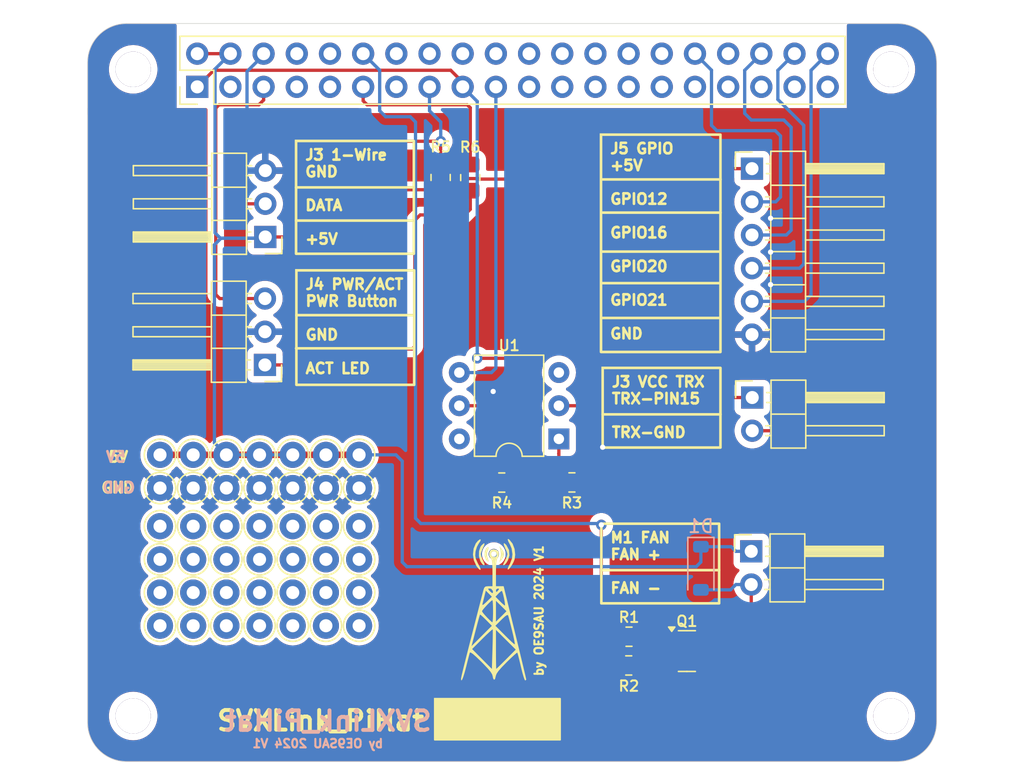
<source format=kicad_pcb>
(kicad_pcb (version 20240108) (generator "pcbnew") (generator_version "8.0")
  (layers (0 "F.Cu" signal) (31 "B.Cu" signal) (34 "B.Paste" user) (35 "F.Paste" user) (36 "B.SilkS" user "B.Silkscreen") (37 "F.SilkS" user "F.Silkscreen") (38 "B.Mask" user) (39 "F.Mask" user) (44 "Edge.Cuts" user))
  (net 0 "")
  (net 3 "Net-(J1-MOSI0{slash}GPIO10)")
  (net 7 "GND")
  (net 8 "Net-(J1-GPIO16)")
  (net 9 "Net-(J1-GPIO21{slash}SCLK1)")
  (net 11 "+5V")
  (net 14 "Net-(J1-GPIO18{slash}PWM0)")
  (net 16 "+3.3V")
  (net 18 "Net-(J1-GPIO22)")
  (net 21 "Net-(J1-SCL{slash}GPIO3)")
  (net 25 "Net-(J1-GPIO20{slash}MOSI1)")
  (net 27 "GPIO17")
  (net 31 "Net-(J1-PWM0{slash}GPIO12)")
  (net 32 "Net-(J2-Pin_2)")
  (net 33 "Net-(J2-Pin_1)")
  (net 34 "Net-(J4-Pin_1)")
  (net 35 "Net-(D1-A)")
  (net 36 "Net-(Q1-G)")
  (net 37 "Net-(R3-Pad2)")
  (net 38 "Net-(R4-Pad1)")
  (footprint "pihat:ESQ-120-14-T-D" (layer "F.Cu") (at 85.4 60.35 90)
    (property "Reference" "J1" (hide yes))
    (property "Value" "Raspberry_Pi_3")
    (pad "1" thru_hole rect (at 0 0 90) (size 1.7 1.7) (drill 1) (layers "*.Cu" "*.Mask") (net 16 "+3.3V"))
    (pad "2" thru_hole oval (at 2.54 0 90) (size 1.7 1.7) (drill 1) (layers "*.Cu" "*.Mask") (net 11 "+5V"))
    (pad "3" thru_hole oval (at 0 2.54 90) (size 1.7 1.7) (drill 1) (layers "*.Cu" "*.Mask"))
    (pad "4" thru_hole oval (at 2.54 2.54 90) (size 1.7 1.7) (drill 1) (layers "*.Cu" "*.Mask") (net 11 "+5V"))
    (pad "5" thru_hole oval (at 0 5.08 90) (size 1.7 1.7) (drill 1) (layers "*.Cu" "*.Mask") (net 21 "Net-(J1-SCL{slash}GPIO3)"))
    (pad "6" thru_hole oval (at 2.54 5.08 90) (size 1.7 1.7) (drill 1) (layers "*.Cu" "*.Mask") (net 7 "GND"))
    (pad "7" thru_hole oval (at 0 7.62 90) (size 1.7 1.7) (drill 1) (layers "*.Cu" "*.Mask"))
    (pad "8" thru_hole oval (at 2.54 7.62 90) (size 1.7 1.7) (drill 1) (layers "*.Cu" "*.Mask"))
    (pad "9" thru_hole oval (at 0 10.16 90) (size 1.7 1.7) (drill 1) (layers "*.Cu" "*.Mask"))
    (pad "10" thru_hole oval (at 2.54 10.16 90) (size 1.7 1.7) (drill 1) (layers "*.Cu" "*.Mask"))
    (pad "11" thru_hole oval (at 0 12.7 90) (size 1.7 1.7) (drill 1) (layers "*.Cu" "*.Mask") (net 27 "GPIO17"))
    (pad "12" thru_hole oval (at 2.54 12.7 90) (size 1.7 1.7) (drill 1) (layers "*.Cu" "*.Mask") (net 14 "Net-(J1-GPIO18{slash}PWM0)"))
    (pad "13" thru_hole oval (at 0 15.24 90) (size 1.7 1.7) (drill 1) (layers "*.Cu" "*.Mask"))
    (pad "14" thru_hole oval (at 2.54 15.24 90) (size 1.7 1.7) (drill 1) (layers "*.Cu" "*.Mask"))
    (pad "15" thru_hole oval (at 0 17.78 90) (size 1.7 1.7) (drill 1) (layers "*.Cu" "*.Mask") (net 18 "Net-(J1-GPIO22)"))
    (pad "16" thru_hole oval (at 2.54 17.78 90) (size 1.7 1.7) (drill 1) (layers "*.Cu" "*.Mask"))
    (pad "17" thru_hole oval (at 0 20.32 90) (size 1.7 1.7) (drill 1) (layers "*.Cu" "*.Mask") (net 16 "+3.3V"))
    (pad "18" thru_hole oval (at 2.54 20.32 90) (size 1.7 1.7) (drill 1) (layers "*.Cu" "*.Mask"))
    (pad "19" thru_hole oval (at 0 22.86 90) (size 1.7 1.7) (drill 1) (layers "*.Cu" "*.Mask") (net 3 "Net-(J1-MOSI0{slash}GPIO10)"))
    (pad "20" thru_hole oval (at 2.54 22.86 90) (size 1.7 1.7) (drill 1) (layers "*.Cu" "*.Mask"))
    (pad "21" thru_hole oval (at 0 25.4 90) (size 1.7 1.7) (drill 1) (layers "*.Cu" "*.Mask"))
    (pad "22" thru_hole oval (at 2.54 25.4 90) (size 1.7 1.7) (drill 1) (layers "*.Cu" "*.Mask"))
    (pad "23" thru_hole oval (at 0 27.94 90) (size 1.7 1.7) (drill 1) (layers "*.Cu" "*.Mask"))
    (pad "24" thru_hole oval (at 2.54 27.94 90) (size 1.7 1.7) (drill 1) (layers "*.Cu" "*.Mask"))
    (pad "25" thru_hole oval (at 0 30.48 90) (size 1.7 1.7) (drill 1) (layers "*.Cu" "*.Mask"))
    (pad "26" thru_hole oval (at 2.54 30.48 90) (size 1.7 1.7) (drill 1) (layers "*.Cu" "*.Mask"))
    (pad "27" thru_hole oval (at 0 33.02 90) (size 1.7 1.7) (drill 1) (layers "*.Cu" "*.Mask"))
    (pad "28" thru_hole oval (at 2.54 33.02 90) (size 1.7 1.7) (drill 1) (layers "*.Cu" "*.Mask"))
    (pad "29" thru_hole oval (at 0 35.56 90) (size 1.7 1.7) (drill 1) (layers "*.Cu" "*.Mask"))
    (pad "30" thru_hole oval (at 2.54 35.56 90) (size 1.7 1.7) (drill 1) (layers "*.Cu" "*.Mask"))
    (pad "31" thru_hole oval (at 0 38.1 90) (size 1.7 1.7) (drill 1) (layers "*.Cu" "*.Mask"))
    (pad "32" thru_hole oval (at 2.54 38.1 90) (size 1.7 1.7) (drill 1) (layers "*.Cu" "*.Mask") (net 31 "Net-(J1-PWM0{slash}GPIO12)"))
    (pad "33" thru_hole oval (at 0 40.64 90) (size 1.7 1.7) (drill 1) (layers "*.Cu" "*.Mask"))
    (pad "34" thru_hole oval (at 2.54 40.64 90) (size 1.7 1.7) (drill 1) (layers "*.Cu" "*.Mask"))
    (pad "35" thru_hole oval (at 0 43.18 90) (size 1.7 1.7) (drill 1) (layers "*.Cu" "*.Mask"))
    (pad "36" thru_hole oval (at 2.54 43.18 90) (size 1.7 1.7) (drill 1) (layers "*.Cu" "*.Mask") (net 8 "Net-(J1-GPIO16)"))
    (pad "37" thru_hole oval (at 0 45.72 90) (size 1.7 1.7) (drill 1) (layers "*.Cu" "*.Mask"))
    (pad "38" thru_hole oval (at 2.54 45.72 90) (size 1.7 1.7) (drill 1) (layers "*.Cu" "*.Mask") (net 25 "Net-(J1-GPIO20{slash}MOSI1)"))
    (pad "39" thru_hole oval (at 0 48.26 90) (size 1.7 1.7) (drill 1) (layers "*.Cu" "*.Mask"))
    (pad "40" thru_hole oval (at 2.54 48.26 90) (size 1.7 1.7) (drill 1) (layers "*.Cu" "*.Mask") (net 9 "Net-(J1-GPIO21{slash}SCLK1)"))
  )
  (footprint "Resistor_SMD:R_0805_2012Metric_Pad1.20x1.40mm_HandSolder" (layer "F.Cu") (at 108.71 90.64)
    (property "Reference" "R4" (at 0.01 1.562 180) (layer "F.SilkS") (effects (font (size 0.8 0.8))))
    (property "Value" "1k")
    (pad "1" smd roundrect (at -1 0) (size 1.2 1.4) (layers "F.Cu" "F.Paste" "F.Mask") (roundrect_rratio 0.2083333333) (net 38 "Net-(R4-Pad1)"))
    (pad "2" smd roundrect (at 1 0) (size 1.2 1.4) (layers "F.Cu" "F.Paste" "F.Mask") (roundrect_rratio 0.2083333333) (net 16 "+3.3V"))
  )
  (footprint "TestPoint:TestPoint_THTPad_D2.0mm_Drill1.0mm" (layer "F.Cu") (at 87.63 99.06)
    (property "Reference" "TP36" (hide yes))
    (property "Value" "TestPoint")
    (pad "1" thru_hole circle (at 0 0) (size 2 2) (drill 1) (layers "*.Cu" "*.Mask"))
  )
  (footprint "TestPoint:TestPoint_THTPad_D2.0mm_Drill1.0mm" (layer "F.Cu") (at 87.63 101.6)
    (property "Reference" "TP15" (hide yes))
    (property "Value" "TestPoint")
    (pad "1" thru_hole circle (at 0 0) (size 2 2) (drill 1) (layers "*.Cu" "*.Mask"))
  )
  (footprint "TestPoint:TestPoint_THTPad_D2.0mm_Drill1.0mm" (layer "F.Cu") (at 97.79 96.52)
    (property "Reference" "TP333" (hide yes))
    (property "Value" "TestPoint")
    (pad "1" thru_hole circle (at 0 0) (size 2 2) (drill 1) (layers "*.Cu" "*.Mask"))
  )
  (footprint "TestPoint:TestPoint_THTPad_D2.0mm_Drill1.0mm" (layer "F.Cu") (at 92.71 88.519)
    (property "Reference" "TP21" (hide yes))
    (property "Value" "TestPoint")
    (pad "1" thru_hole circle (at 0 0) (size 2 2) (drill 1) (layers "*.Cu" "*.Mask") (net 11 "+5V"))
  )
  (footprint "MountingHole:MountingHole_2.7mm_M2.5" (layer "F.Cu") (at 80.4977 59.0093)
    (property "Reference" "REF1" (hide yes))
    (property "Value" "MountingHole_2.7mm_M2.5")
    (pad "1" thru_hole circle (at 0 0) (size 2.7 2.7) (drill 2.7) (layers "*.Cu" "*.Mask"))
  )
  (footprint "TestPoint:TestPoint_THTPad_D2.0mm_Drill1.0mm" (layer "F.Cu") (at 95.25 96.52)
    (property "Reference" "TP28" (hide yes))
    (property "Value" "TestPoint")
    (pad "1" thru_hole circle (at 0 0) (size 2 2) (drill 1) (layers "*.Cu" "*.Mask"))
  )
  (footprint "Package_TO_SOT_SMD:SOT-23" (layer "F.Cu") (at 122.8825 103.54)
    (property "Reference" "Q1" (at -0.0025 -2.28 180) (layer "F.SilkS") (effects (font (size 0.8 0.8))))
    (property "Value" "AO3400A")
    (pad "1" smd roundrect (at -0.9375 -0.95) (size 1.475 0.6) (layers "F.Cu" "F.Paste" "F.Mask") (net 36 "Net-(Q1-G)"))
    (pad "2" smd roundrect (at -0.9375 0.95) (size 1.475 0.6) (layers "F.Cu" "F.Paste" "F.Mask") (net 7 "GND"))
    (pad "3" smd roundrect (at 0.9375 0) (size 1.475 0.6) (layers "F.Cu" "F.Paste" "F.Mask") (net 35 "Net-(D1-A)"))
  )
  (footprint "TestPoint:TestPoint_THTPad_D2.0mm_Drill1.0mm" (layer "F.Cu") (at 82.55 99.06)
    (property "Reference" "TP34" (hide yes))
    (property "Value" "TestPoint")
    (pad "1" thru_hole circle (at 0 0) (size 2 2) (drill 1) (layers "*.Cu" "*.Mask"))
  )
  (footprint "TestPoint:TestPoint_THTPad_D2.0mm_Drill1.0mm" (layer "F.Cu") (at 95.25 88.519)
    (property "Reference" "TP26" (hide yes))
    (property "Value" "TestPoint")
    (pad "1" thru_hole circle (at 0 0) (size 2 2) (drill 1) (layers "*.Cu" "*.Mask") (net 11 "+5V"))
  )
  (footprint "TestPoint:TestPoint_THTPad_D2.0mm_Drill1.0mm" (layer "F.Cu") (at 90.17 91.059)
    (property "Reference" "TP17" (hide yes))
    (property "Value" "TestPoint")
    (pad "1" thru_hole circle (at 0 0) (size 2 2) (drill 1) (layers "*.Cu" "*.Mask") (net 7 "GND"))
  )
  (footprint "TestPoint:TestPoint_THTPad_D2.0mm_Drill1.0mm" (layer "F.Cu") (at 90.17 93.98)
    (property "Reference" "TP19" (hide yes))
    (property "Value" "TestPoint")
    (pad "1" thru_hole circle (at 0 0) (size 2 2) (drill 1) (layers "*.Cu" "*.Mask"))
  )
  (footprint "Package_DIP:DIP-6_W7.62mm" (layer "F.Cu") (at 113.0808 87.2998 180)
    (property "Reference" "U1" (at 3.8008 7.1498 180) (layer "F.SilkS") (effects (font (size 0.8 0.8))))
    (property "Value" "4N37")
    (pad "1" thru_hole rect (at 0 0 180) (size 1.6 1.6) (drill 0.8) (layers "*.Cu" "*.Mask") (net 37 "Net-(R3-Pad2)"))
    (pad "2" thru_hole oval (at 0 2.54 180) (size 1.6 1.6) (drill 0.8) (layers "*.Cu" "*.Mask") (net 32 "Net-(J2-Pin_2)"))
    (pad "3" thru_hole oval (at 0 5.08 180) (size 1.6 1.6) (drill 0.8) (layers "*.Cu" "*.Mask"))
    (pad "4" thru_hole oval (at 7.62 5.08 180) (size 1.6 1.6) (drill 0.8) (layers "*.Cu" "*.Mask") (net 3 "Net-(J1-MOSI0{slash}GPIO10)"))
    (pad "5" thru_hole oval (at 7.62 2.54 180) (size 1.6 1.6) (drill 0.8) (layers "*.Cu" "*.Mask") (net 38 "Net-(R4-Pad1)"))
    (pad "6" thru_hole oval (at 7.62 0 180) (size 1.6 1.6) (drill 0.8) (layers "*.Cu" "*.Mask"))
  )
  (footprint "Resistor_SMD:R_0805_2012Metric_Pad1.20x1.40mm_HandSolder" (layer "F.Cu") (at 118.45 102.44)
    (property "Reference" "R1" (at 0 -1.49 180) (layer "F.SilkS") (effects (font (size 0.8 0.8))))
    (property "Value" "470")
    (pad "1" smd roundrect (at -1 0) (size 1.2 1.4) (layers "F.Cu" "F.Paste" "F.Mask") (roundrect_rratio 0.2083333333) (net 14 "Net-(J1-GPIO18{slash}PWM0)"))
    (pad "2" smd roundrect (at 1 0) (size 1.2 1.4) (layers "F.Cu" "F.Paste" "F.Mask") (roundrect_rratio 0.2083333333) (net 36 "Net-(Q1-G)"))
  )
  (footprint "TestPoint:TestPoint_THTPad_D2.0mm_Drill1.0mm" (layer "F.Cu") (at 87.63 93.98)
    (property "Reference" "TP14" (hide yes))
    (property "Value" "TestPoint")
    (pad "1" thru_hole circle (at 0 0) (size 2 2) (drill 1) (layers "*.Cu" "*.Mask"))
  )
  (footprint "TestPoint:TestPoint_THTPad_D2.0mm_Drill1.0mm" (layer "F.Cu") (at 82.55 93.98)
    (property "Reference" "TP4" (hide yes))
    (property "Value" "TestPoint")
    (pad "1" thru_hole circle (at 0 0) (size 2 2) (drill 1) (layers "*.Cu" "*.Mask"))
  )
  (footprint "TestPoint:TestPoint_THTPad_D2.0mm_Drill1.0mm" (layer "F.Cu") (at 90.17 96.52)
    (property "Reference" "TP18" (hide yes))
    (property "Value" "TestPoint")
    (pad "1" thru_hole circle (at 0 0) (size 2 2) (drill 1) (layers "*.Cu" "*.Mask"))
  )
  (footprint "Connector_PinHeader_2.54mm:PinHeader_1x03_P2.54mm_Horizontal" (layer "F.Cu") (at 90.5826 81.6356 180)
    (property "Reference" "J4" (hide yes))
    (property "Value" "PWR")
    (pad "1" thru_hole rect (at 0 0 180) (size 1.7 1.7) (drill 1) (layers "*.Cu" "*.Mask") (net 34 "Net-(J4-Pin_1)"))
    (pad "2" thru_hole oval (at 0 2.54 180) (size 1.7 1.7) (drill 1) (layers "*.Cu" "*.Mask") (net 7 "GND"))
    (pad "3" thru_hole oval (at 0 5.08 180) (size 1.7 1.7) (drill 1) (layers "*.Cu" "*.Mask") (net 21 "Net-(J1-SCL{slash}GPIO3)"))
  )
  (footprint "TestPoint:TestPoint_THTPad_D2.0mm_Drill1.0mm" (layer "F.Cu") (at 92.71 93.98)
    (property "Reference" "TP24" (hide yes))
    (property "Value" "TestPoint")
    (pad "1" thru_hole circle (at 0 0) (size 2 2) (drill 1) (layers "*.Cu" "*.Mask"))
  )
  (footprint "Connector_PinHeader_2.54mm:PinHeader_1x02_P2.54mm_Horizontal" (layer "F.Cu") (at 127.8066 95.9054)
    (property "Reference" "M1" (hide yes))
    (property "Value" "Fan")
    (pad "1" thru_hole rect (at 0 0) (size 1.7 1.7) (drill 1) (layers "*.Cu" "*.Mask") (net 11 "+5V"))
    (pad "2" thru_hole oval (at 0 2.54) (size 1.7 1.7) (drill 1) (layers "*.Cu" "*.Mask") (net 35 "Net-(D1-A)"))
  )
  (footprint "Resistor_SMD:R_0805_2012Metric_Pad1.20x1.40mm_HandSolder" (layer "F.Cu") (at 106.3 67.296 90)
    (property "Reference" "R6" (at 2.33 -0.01 0) (layer "F.SilkS") (effects (font (size 0.8 0.8))))
    (property "Value" "10k")
    (pad "1" smd roundrect (at -1 0 90) (size 1.2 1.4) (layers "F.Cu" "F.Paste" "F.Mask") (roundrect_rratio 0.2083333333) (net 34 "Net-(J4-Pin_1)"))
    (pad "2" smd roundrect (at 1 0 90) (size 1.2 1.4) (layers "F.Cu" "F.Paste" "F.Mask") (roundrect_rratio 0.2083333333) (net 27 "GPIO17"))
  )
  (footprint "TestPoint:TestPoint_THTPad_D2.0mm_Drill1.0mm" (layer "F.Cu") (at 92.71 91.059)
    (property "Reference" "TP22" (hide yes))
    (property "Value" "TestPoint")
    (pad "1" thru_hole circle (at 0 0) (size 2 2) (drill 1) (layers "*.Cu" "*.Mask") (net 7 "GND"))
  )
  (footprint "TestPoint:TestPoint_THTPad_D2.0mm_Drill1.0mm" (layer "F.Cu") (at 82.55 101.6)
    (property "Reference" "TP5" (hide yes))
    (property "Value" "TestPoint")
    (pad "1" thru_hole circle (at 0 0) (size 2 2) (drill 1) (layers "*.Cu" "*.Mask"))
  )
  (footprint "TestPoint:TestPoint_THTPad_D2.0mm_Drill1.0mm" (layer "F.Cu") (at 87.63 91.059)
    (property "Reference" "TP12" (hide yes))
    (property "Value" "TestPoint")
    (pad "1" thru_hole circle (at 0 0) (size 2 2) (drill 1) (layers "*.Cu" "*.Mask") (net 7 "GND"))
  )
  (footprint "MountingHole:MountingHole_2.7mm_M2.5" (layer "F.Cu") (at 80.4977 108.5093)
    (property "Reference" "REF2" (hide yes))
    (property "Value" "MountingHole_2.7mm_M2.5")
    (pad "1" thru_hole circle (at 0 0) (size 2.7 2.7) (drill 2.7) (layers "*.Cu" "*.Mask"))
  )
  (footprint "TestPoint:TestPoint_THTPad_D2.0mm_Drill1.0mm" (layer "F.Cu") (at 82.55 91.059)
    (property "Reference" "TP2" (hide yes))
    (property "Value" "TestPoint")
    (pad "1" thru_hole circle (at 0 0) (size 2 2) (drill 1) (layers "*.Cu" "*.Mask") (net 7 "GND"))
  )
  (footprint "TestPoint:TestPoint_THTPad_D2.0mm_Drill1.0mm" (layer "F.Cu") (at 95.25 101.6)
    (property "Reference" "TP30" (hide yes))
    (property "Value" "TestPoint")
    (pad "1" thru_hole circle (at 0 0) (size 2 2) (drill 1) (layers "*.Cu" "*.Mask"))
  )
  (footprint "TestPoint:TestPoint_THTPad_D2.0mm_Drill1.0mm" (layer "F.Cu") (at 92.71 101.6)
    (property "Reference" "TP25" (hide yes))
    (property "Value" "TestPoint")
    (pad "1" thru_hole circle (at 0 0) (size 2 2) (drill 1) (layers "*.Cu" "*.Mask"))
  )
  (footprint "MountingHole:MountingHole_2.7mm_M2.5" (layer "F.Cu") (at 138.4977 108.5093)
    (property "Reference" "REF3" (hide yes))
    (property "Value" "MountingHole_2.7mm_M2.5")
    (pad "1" thru_hole circle (at 0 0) (size 2.7 2.7) (drill 2.7) (layers "*.Cu" "*.Mask"))
  )
  (footprint "TestPoint:TestPoint_THTPad_D2.0mm_Drill1.0mm" (layer "F.Cu") (at 90.17 99.06)
    (property "Reference" "TP33" (hide yes))
    (property "Value" "TestPoint")
    (pad "1" thru_hole circle (at 0 0) (size 2 2) (drill 1) (layers "*.Cu" "*.Mask"))
  )
  (footprint "TestPoint:TestPoint_THTPad_D2.0mm_Drill1.0mm" (layer "F.Cu") (at 85.09 101.6)
    (property "Reference" "TP10" (hide yes))
    (property "Value" "TestPoint")
    (pad "1" thru_hole circle (at 0 0) (size 2 2) (drill 1) (layers "*.Cu" "*.Mask"))
  )
  (footprint "TestPoint:TestPoint_THTPad_D2.0mm_Drill1.0mm" (layer "F.Cu") (at 87.63 88.519)
    (property "Reference" "TP11" (hide yes))
    (property "Value" "TestPoint")
    (pad "1" thru_hole circle (at 0 0) (size 2 2) (drill 1) (layers "*.Cu" "*.Mask") (net 11 "+5V"))
  )
  (footprint "TestPoint:TestPoint_THTPad_D2.0mm_Drill1.0mm" (layer "F.Cu") (at 90.17 88.519)
    (property "Reference" "TP16" (hide yes))
    (property "Value" "TestPoint")
    (pad "1" thru_hole circle (at 0 0) (size 2 2) (drill 1) (layers "*.Cu" "*.Mask") (net 11 "+5V"))
  )
  (footprint "TestPoint:TestPoint_THTPad_D2.0mm_Drill1.0mm" (layer "F.Cu") (at 97.79 93.98)
    (property "Reference" "TP341" (hide yes))
    (property "Value" "TestPoint")
    (pad "1" thru_hole circle (at 0 0) (size 2 2) (drill 1) (layers "*.Cu" "*.Mask"))
  )
  (footprint "TestPoint:TestPoint_THTPad_D2.0mm_Drill1.0mm" (layer "F.Cu") (at 97.79 99.06)
    (property "Reference" "TP311" (hide yes))
    (property "Value" "TestPoint")
    (pad "1" thru_hole circle (at 0 0) (size 2 2) (drill 1) (layers "*.Cu" "*.Mask"))
  )
  (footprint "TestPoint:TestPoint_THTPad_D2.0mm_Drill1.0mm" (layer "F.Cu") (at 85.09 93.98)
    (property "Reference" "TP9" (hide yes))
    (property "Value" "TestPoint")
    (pad "1" thru_hole circle (at 0 0) (size 2 2) (drill 1) (layers "*.Cu" "*.Mask"))
  )
  (footprint "TestPoint:TestPoint_THTPad_D2.0mm_Drill1.0mm" (layer "F.Cu") (at 92.71 99.06)
    (property "Reference" "TP32" (hide yes))
    (property "Value" "TestPoint")
    (pad "1" thru_hole circle (at 0 0) (size 2 2) (drill 1) (layers "*.Cu" "*.Mask"))
  )
  (footprint "MountingHole:MountingHole_2.7mm_M2.5" (layer "F.Cu") (at 138.4977 59.0093)
    (property "Reference" "REF4" (hide yes))
    (property "Value" "MountingHole_2.7mm_M2.5")
    (pad "1" thru_hole circle (at 0 0) (size 2.7 2.7) (drill 2.7) (layers "*.Cu" "*.Mask"))
  )
  (footprint "Resistor_SMD:R_0805_2012Metric_Pad1.20x1.40mm_HandSolder" (layer "F.Cu") (at 114.08 90.63 180)
    (property "Reference" "R3" (at 0 -1.572 180) (layer "F.SilkS") (effects (font (size 0.8 0.8))))
    (property "Value" "1k")
    (pad "1" smd roundrect (at -1 0 180) (size 1.2 1.4) (layers "F.Cu" "F.Paste" "F.Mask") (roundrect_rratio 0.2083333333) (net 33 "Net-(J2-Pin_1)"))
    (pad "2" smd roundrect (at 1 0 180) (size 1.2 1.4) (layers "F.Cu" "F.Paste" "F.Mask") (roundrect_rratio 0.2083333333) (net 37 "Net-(R3-Pad2)"))
  )
  (footprint "TestPoint:TestPoint_THTPad_D2.0mm_Drill1.0mm" (layer "F.Cu") (at 92.71 96.52)
    (property "Reference" "TP23" (hide yes))
    (property "Value" "TestPoint")
    (pad "1" thru_hole circle (at 0 0) (size 2 2) (drill 1) (layers "*.Cu" "*.Mask"))
  )
  (footprint "LOGO" (layer "F.Cu") (at 108.354562 100.712186)
    (property "Reference" "G1" (hide yes))
    (property "Value" " " (hide yes))
  )
  (footprint "TestPoint:TestPoint_THTPad_D2.0mm_Drill1.0mm" (layer "F.Cu") (at 90.17 101.6)
    (property "Reference" "TP20" (hide yes))
    (property "Value" "TestPoint")
    (pad "1" thru_hole circle (at 0 0) (size 2 2) (drill 1) (layers "*.Cu" "*.Mask"))
  )
  (footprint "TestPoint:TestPoint_THTPad_D2.0mm_Drill1.0mm" (layer "F.Cu") (at 97.79 88.519)
    (property "Reference" "TP31" (hide yes))
    (property "Value" "TestPoint")
    (pad "1" thru_hole circle (at 0 0) (size 2 2) (drill 1) (layers "*.Cu" "*.Mask") (net 11 "+5V"))
  )
  (footprint "Resistor_SMD:R_0805_2012Metric_Pad1.20x1.40mm_HandSolder" (layer "F.Cu") (at 104.03 67.286 90)
    (property "Reference" "R5" (at 2.34 0 0) (layer "F.SilkS") (effects (font (size 0.8 0.8))))
    (property "Value" "470")
    (pad "1" smd roundrect (at -1 0 90) (size 1.2 1.4) (layers "F.Cu" "F.Paste" "F.Mask") (roundrect_rratio 0.2083333333) (net 11 "+5V"))
    (pad "2" smd roundrect (at 1 0 90) (size 1.2 1.4) (layers "F.Cu" "F.Paste" "F.Mask") (roundrect_rratio 0.2083333333) (net 18 "Net-(J1-GPIO22)"))
  )
  (footprint "TestPoint:TestPoint_THTPad_D2.0mm_Drill1.0mm" (layer "F.Cu") (at 95.25 99.06)
    (property "Reference" "TP351" (hide yes))
    (property "Value" "TestPoint")
    (pad "1" thru_hole circle (at 0 0) (size 2 2) (drill 1) (layers "*.Cu" "*.Mask"))
  )
  (footprint "TestPoint:TestPoint_THTPad_D2.0mm_Drill1.0mm" (layer "F.Cu") (at 85.09 88.519)
    (property "Reference" "TP6" (hide yes))
    (property "Value" "TestPoint")
    (pad "1" thru_hole circle (at 0 0) (size 2 2) (drill 1) (layers "*.Cu" "*.Mask") (net 11 "+5V"))
  )
  (footprint "TestPoint:TestPoint_THTPad_D2.0mm_Drill1.0mm" (layer "F.Cu") (at 82.55 96.52)
    (property "Reference" "TP3" (hide yes))
    (property "Value" "TestPoint")
    (pad "1" thru_hole circle (at 0 0) (size 2 2) (drill 1) (layers "*.Cu" "*.Mask"))
  )
  (footprint "TestPoint:TestPoint_THTPad_D2.0mm_Drill1.0mm" (layer "F.Cu") (at 95.25 93.98)
    (property "Reference" "TP29" (hide yes))
    (property "Value" "TestPoint")
    (pad "1" thru_hole circle (at 0 0) (size 2 2) (drill 1) (layers "*.Cu" "*.Mask"))
  )
  (footprint "TestPoint:TestPoint_THTPad_D2.0mm_Drill1.0mm" (layer "F.Cu") (at 85.09 96.52)
    (property "Reference" "TP8" (hide yes))
    (property "Value" "TestPoint")
    (pad "1" thru_hole circle (at 0 0) (size 2 2) (drill 1) (layers "*.Cu" "*.Mask"))
  )
  (footprint "TestPoint:TestPoint_THTPad_D2.0mm_Drill1.0mm" (layer "F.Cu") (at 85.09 99.06)
    (property "Reference" "TP37" (hide yes))
    (property "Value" "TestPoint")
    (pad "1" thru_hole circle (at 0 0) (size 2 2) (drill 1) (layers "*.Cu" "*.Mask"))
  )
  (footprint "Connector_PinHeader_2.54mm:PinHeader_1x02_P2.54mm_Horizontal" (layer "F.Cu") (at 127.8828 84.1325)
    (property "Reference" "J2" (hide yes))
    (property "Value" "TRX")
    (pad "1" thru_hole rect (at 0 0) (size 1.7 1.7) (drill 1) (layers "*.Cu" "*.Mask") (net 33 "Net-(J2-Pin_1)"))
    (pad "2" thru_hole oval (at 0 2.54) (size 1.7 1.7) (drill 1) (layers "*.Cu" "*.Mask") (net 32 "Net-(J2-Pin_2)"))
  )
  (footprint "Connector_PinHeader_2.54mm:PinHeader_1x06_P2.54mm_Horizontal" (layer "F.Cu") (at 127.8636 66.6115)
    (property "Reference" "J5" (hide yes))
    (property "Value" "RelayModule")
    (pad "1" thru_hole rect (at 0 0) (size 1.7 1.7) (drill 1) (layers "*.Cu" "*.Mask") (net 11 "+5V"))
    (pad "2" thru_hole oval (at 0 2.54) (size 1.7 1.7) (drill 1) (layers "*.Cu" "*.Mask") (net 31 "Net-(J1-PWM0{slash}GPIO12)"))
    (pad "3" thru_hole oval (at 0 5.08) (size 1.7 1.7) (drill 1) (layers "*.Cu" "*.Mask") (net 8 "Net-(J1-GPIO16)"))
    (pad "4" thru_hole oval (at 0 7.62) (size 1.7 1.7) (drill 1) (layers "*.Cu" "*.Mask") (net 25 "Net-(J1-GPIO20{slash}MOSI1)"))
    (pad "5" thru_hole oval (at 0 10.16) (size 1.7 1.7) (drill 1) (layers "*.Cu" "*.Mask") (net 9 "Net-(J1-GPIO21{slash}SCLK1)"))
    (pad "6" thru_hole oval (at 0 12.7) (size 1.7 1.7) (drill 1) (layers "*.Cu" "*.Mask") (net 7 "GND"))
  )
  (footprint "TestPoint:TestPoint_THTPad_D2.0mm_Drill1.0mm" (layer "F.Cu") (at 87.63 96.52)
    (property "Reference" "TP13" (hide yes))
    (property "Value" "TestPoint")
    (pad "1" thru_hole circle (at 0 0) (size 2 2) (drill 1) (layers "*.Cu" "*.Mask"))
  )
  (footprint "Connector_PinHeader_2.54mm:PinHeader_1x03_P2.54mm_Horizontal" (layer "F.Cu") (at 90.608 71.8416 180)
    (property "Reference" "J3" (hide yes))
    (property "Value" "1-Wire")
    (pad "1" thru_hole rect (at 0 0 180) (size 1.7 1.7) (drill 1) (layers "*.Cu" "*.Mask") (net 11 "+5V"))
    (pad "2" thru_hole oval (at 0 2.54 180) (size 1.7 1.7) (drill 1) (layers "*.Cu" "*.Mask") (net 18 "Net-(J1-GPIO22)"))
    (pad "3" thru_hole oval (at 0 5.08 180) (size 1.7 1.7) (drill 1) (layers "*.Cu" "*.Mask") (net 7 "GND"))
  )
  (footprint "TestPoint:TestPoint_THTPad_D2.0mm_Drill1.0mm" (layer "F.Cu") (at 82.55 88.519)
    (property "Reference" "TP1" (hide yes))
    (property "Value" "TestPoint")
    (pad "1" thru_hole circle (at 0 0) (size 2 2) (drill 1) (layers "*.Cu" "*.Mask") (net 11 "+5V"))
  )
  (footprint "TestPoint:TestPoint_THTPad_D2.0mm_Drill1.0mm" (layer "F.Cu") (at 95.25 91.059)
    (property "Reference" "TP27" (hide yes))
    (property "Value" "TestPoint")
    (pad "1" thru_hole circle (at 0 0) (size 2 2) (drill 1) (layers "*.Cu" "*.Mask") (net 7 "GND"))
  )
  (footprint "TestPoint:TestPoint_THTPad_D2.0mm_Drill1.0mm" (layer "F.Cu") (at 85.09 91.059)
    (property "Reference" "TP7" (hide yes))
    (property "Value" "TestPoint")
    (pad "1" thru_hole circle (at 0 0) (size 2 2) (drill 1) (layers "*.Cu" "*.Mask") (net 7 "GND"))
  )
  (footprint "Resistor_SMD:R_0805_2012Metric_Pad1.20x1.40mm_HandSolder" (layer "F.Cu") (at 118.43 104.64 180)
    (property "Reference" "R2" (at -0.01 -1.58 180) (layer "F.SilkS") (effects (font (size 0.8 0.8))))
    (property "Value" "100k")
    (pad "1" smd roundrect (at -1 0 180) (size 1.2 1.4) (layers "F.Cu" "F.Paste" "F.Mask") (roundrect_rratio 0.2083333333) (net 36 "Net-(Q1-G)"))
    (pad "2" smd roundrect (at 1 0 180) (size 1.2 1.4) (layers "F.Cu" "F.Paste" "F.Mask") (roundrect_rratio 0.2083333333) (net 7 "GND"))
  )
  (footprint "TestPoint:TestPoint_THTPad_D2.0mm_Drill1.0mm" (layer "F.Cu") (at 97.79 91.059)
    (property "Reference" "TP321" (hide yes))
    (property "Value" "TestPoint")
    (pad "1" thru_hole circle (at 0 0) (size 2 2) (drill 1) (layers "*.Cu" "*.Mask") (net 7 "GND"))
  )
  (footprint "TestPoint:TestPoint_THTPad_D2.0mm_Drill1.0mm" (layer "F.Cu") (at 97.79 101.6)
    (property "Reference" "TP35" (hide yes))
    (property "Value" "TestPoint")
    (pad "1" thru_hole circle (at 0 0) (size 2 2) (drill 1) (layers "*.Cu" "*.Mask"))
  )
  (footprint "Diode_SMD:D_SOD-123" (layer "B.Cu") (at 123.952 97.2029 -90)
    (property "Reference" "D1" (at -3.2229 0 180) (layer "B.SilkS") (effects (justify mirror)))
    (property "Value" "1N4148")
    (pad "1" smd roundrect (at -1.65 0 270) (size 0.9 1.2) (layers "B.Cu" "B.Paste" "B.Mask") (net 11 "+5V"))
    (pad "2" smd roundrect (at 1.65 0 270) (size 0.9 1.2) (layers "B.Cu" "B.Paste" "B.Mask") (net 35 "Net-(D1-A)"))
  )
  (gr_line (start 92.964 80.3656) (end 101.981 80.3656) (stroke (width 0.2)) (layer "F.SilkS"))
  (gr_line (start 116.3701 72.9615) (end 125.3871 72.9615) (stroke (width 0.2)) (layer "F.SilkS"))
  (gr_line (start 116.4336 85.4202) (end 125.4506 85.4202) (stroke (width 0.2)) (layer "F.SilkS"))
  (gr_line (start 116.4336 69.977) (end 125.4506 69.977) (stroke (width 0.2)) (layer "F.SilkS"))
  (gr_line (start 116.4336 67.437) (end 125.4506 67.437) (stroke (width 0.2)) (layer "F.SilkS"))
  (gr_line (start 116.3701 78.0415) (end 125.3871 78.0415) (stroke (width 0.2)) (layer "F.SilkS"))
  (gr_rect (start 103.57818 107.181613) (end 113.17938 110.331213) (stroke (width 0.12)) (fill solid) (layer "F.SilkS"))
  (gr_line (start 116.332 97.3455) (end 125.349 97.3455) (stroke (width 0.2)) (layer "F.SilkS"))
  (gr_line (start 92.964 70.5866) (end 101.981 70.5866) (stroke (width 0.2)) (layer "F.SilkS"))
  (gr_line (start 92.964 68.0466) (end 101.981 68.0466) (stroke (width 0.2)) (layer "F.SilkS"))
  (gr_line (start 116.3701 75.3745) (end 125.3871 75.3745) (stroke (width 0.2)) (layer "F.SilkS"))
  (gr_line (start 92.9894 77.8256) (end 102.0064 77.8256) (stroke (width 0.2)) (layer "F.SilkS"))
  (gr_line (start 81 112) (end 139 112) (stroke (width 0.05)) (layer "Edge.Cuts"))
  (gr_line (start 81 55.5) (end 139 55.5) (stroke (width 0.05)) (layer "Edge.Cuts"))
  (gr_arc (start 139 55.5) (mid 141.12132 56.37868) (end 142 58.5) (stroke (width 0.05)) (layer "Edge.Cuts"))
  (gr_arc (start 77 58.5) (mid 77.87868 56.37868) (end 80 55.5) (stroke (width 0.05)) (layer "Edge.Cuts"))
  (gr_line (start 77 74.5) (end 77 58.5) (stroke (width 0.05)) (layer "Edge.Cuts"))
  (gr_line (start 77 109) (end 77 74.5) (stroke (width 0.05)) (layer "Edge.Cuts"))
  (gr_line (start 142 109) (end 142 58.5) (stroke (width 0.05)) (layer "Edge.Cuts"))
  (gr_line (start 80 112) (end 81 112) (stroke (width 0.05)) (layer "Edge.Cuts"))
  (gr_line (start 80 55.5) (end 81 55.5) (stroke (width 0.05)) (layer "Edge.Cuts"))
  (gr_arc (start 80 112) (mid 77.87868 111.12132) (end 77 109) (stroke (width 0.05)) (layer "Edge.Cuts"))
  (gr_arc (start 142 109) (mid 141.12132 111.12132) (end 139 112) (stroke (width 0.05)) (layer "Edge.Cuts"))
  (gr_text "by OE9SAU 2024 V1" (at 99.714219 111 0) (layer "B.SilkS") (effects (font (size 0.65 0.65) (thickness 0.16) (bold yes)) (justify left bottom mirror)))
  (gr_text "GND" (at 80.75 91.5 0) (layer "B.SilkS") (effects (font (size 0.8 0.8) (thickness 0.2) (bold yes)) (justify left bottom mirror)))
  (gr_text "5V" (at 80.024 89.145 0) (layer "B.SilkS") (effects (font (size 0.8 0.8) (thickness 0.2) (bold yes)) (justify left bottom mirror)))
  (gr_text "SVXLink_PiHat" (at 103.505 109.774412 0) (layer "B.SilkS") (effects (font (size 1.5 1.5) (thickness 0.3) (bold yes)) (justify left bottom mirror)))
  (gr_text "GND" (at 77.956 91.5 0) (layer "F.SilkS") (effects (font (size 0.8 0.8) (thickness 0.2) (bold yes)) (justify left bottom)))
  (gr_text "by OE9SAU 2024 V1" (at 111.943779 105.537 90) (layer "F.SilkS") (effects (font (size 0.65 0.65) (thickness 0.16) (bold yes)) (justify left bottom)))
  (gr_text "SVXLink_PiHat" (at 86.75 109.75 0) (layer "F.SilkS") (effects (font (size 1.5 1.5) (thickness 0.3) (bold yes)) (justify left bottom)))
  (gr_text "5V" (at 78.5 89.145 0) (layer "F.SilkS") (effects (font (size 0.8 0.8) (thickness 0.2) (bold yes)) (justify left bottom)))
  (gr_text_box "M1 FAN\nFAN +\n\nFAN -" (start 116.332 93.7895) (end 125.349 99.8855) (layer "F.SilkS") (effects (font (size 0.8 0.8) (thickness 0.2) (bold yes)) (justify left top)) (border yes) (stroke (width 0.2)))
  (gr_text_box "J3 VCC TRX\nTRX-PIN15\n\nTRX-GND" (start 116.4336 81.8642) (end 125.4506 87.9602) (layer "F.SilkS") (effects (font (size 0.8 0.8) (thickness 0.2) (bold yes)) (justify left top)) (border yes) (stroke (width 0.2)))
  (gr_text_box "J3 1-Wire\nGND\n\nDATA\n\n+5V" (start 92.964 64.4906) (end 101.981 73.1266) (layer "F.SilkS") (effects (font (size 0.8 0.8) (thickness 0.2) (bold yes)) (justify left top)) (border yes) (stroke (width 0.2)))
  (gr_text_box "J4 PWR/ACT\nPWR Button\n\nGND\n\nACT LED" (start 92.9894 74.3966) (end 102.0064 83.1596) (layer "F.SilkS") (effects (font (size 0.8 0.8) (thickness 0.2) (bold yes)) (justify left top)) (border yes) (stroke (width 0.2)))
  (gr_text_box "J5 GPIO\n+5V\n\nGPIO12\n\nGPIO16\n\nGPIO20\n\nGPIO21\n\nGND" (start 116.3066 64.008) (end 125.4506 80.645) (layer "F.SilkS") (effects (font (size 0.8 0.8) (thickness 0.2) (bold yes)) (justify left top)) (border yes) (stroke (width 0.2)))
  (via (at 108.1024 96.1136) (size 0.8) (drill 0.4) (layers "F.Cu" "B.Cu") (net 0))
  (segment (start 107.9246 82.2198) (end 108.26 81.8844) (width 0.25) (layer "B.Cu") (net 3))
  (segment (start 105.4608 82.2198) (end 107.9246 82.2198) (width 0.25) (layer "B.Cu") (net 3))
  (segment (start 108.26 81.8844) (end 108.26 60.35) (width 0.25) (layer "B.Cu") (net 3))
  (via (at 116.4336 87.9348) (size 0.8) (drill 0.4) (layers "F.Cu" "B.Cu") (net 7))
  (via (at 129.286 70.4088) (size 0.8) (drill 0.4) (layers "F.Cu" "B.Cu") (net 7))
  (via (at 108.0516 83.6676) (size 0.8) (drill 0.4) (layers "F.Cu" "B.Cu") (net 7))
  (via (at 129.286 72.9996) (size 0.8) (drill 0.4) (layers "F.Cu" "B.Cu") (net 7))
  (via (at 129.286 75.4888) (size 0.8) (drill 0.4) (layers "F.Cu" "B.Cu") (net 7))
  (segment (start 89.21 59.1768) (end 90.48 57.9068) (width 0.25) (layer "B.Cu") (net 7))
  (segment (start 89.21 62.16) (end 89.21 59.1768) (width 0.25) (layer "B.Cu") (net 7))
  (segment (start 90.48 57.9068) (end 90.48 57.81) (width 0.25) (layer "B.Cu") (net 7))
  (segment (start 130.8608 63.4492) (end 130.8608 71.3232) (width 0.25) (layer "B.Cu") (net 8))
  (segment (start 127.8128 62.8904) (end 130.302 62.8904) (width 0.25) (layer "B.Cu") (net 8))
  (segment (start 130.8608 71.3232) (end 130.4925 71.6915) (width 0.25) (layer "B.Cu") (net 8))
  (segment (start 127.3048 59.0852) (end 127.3048 62.3824) (width 0.25) (layer "B.Cu") (net 8))
  (segment (start 130.4925 71.6915) (end 127.8636 71.6915) (width 0.25) (layer "B.Cu") (net 8))
  (segment (start 130.302 62.8904) (end 130.8608 63.4492) (width 0.25) (layer "B.Cu") (net 8))
  (segment (start 128.58 57.81) (end 127.3048 59.0852) (width 0.25) (layer "B.Cu") (net 8))
  (segment (start 127.3048 62.3824) (end 127.8128 62.8904) (width 0.25) (layer "B.Cu") (net 8))
  (segment (start 127.8636 76.7715) (end 131.8895 76.7715) (width 0.25) (layer "B.Cu") (net 9))
  (segment (start 132.3848 76.2762) (end 132.3848 59.0852) (width 0.25) (layer "B.Cu") (net 9))
  (segment (start 132.3848 59.0852) (end 133.66 57.81) (width 0.25) (layer "B.Cu") (net 9))
  (segment (start 131.8895 76.7715) (end 132.3848 76.2762) (width 0.25) (layer "B.Cu") (net 9))
  (segment (start 82.55 88.519) (end 85.09 88.519) (width 0.5) (layer "F.Cu") (net 11))
  (segment (start 127.8636 66.6115) (end 125.5141 66.6115) (width 0.25) (layer "F.Cu") (net 11))
  (segment (start 95.25 88.519) (end 97.79 88.519) (width 0.5) (layer "F.Cu") (net 11))
  (segment (start 92.8012 71.8416) (end 90.608 71.8416) (width 0.25) (layer "F.Cu") (net 11))
  (segment (start 87.94 57.81) (end 85.4 57.81) (width 0.25) (layer "F.Cu") (net 11))
  (segment (start 125.5141 66.6115) (end 125.4252 66.7004) (width 0.25) (layer "F.Cu") (net 11))
  (segment (start 92.71 88.519) (end 95.25 88.519) (width 0.5) (layer "F.Cu") (net 11))
  (segment (start 104.945 67.371) (end 104.03 68.286) (width 0.25) (layer "F.Cu") (net 11))
  (segment (start 107.0357 67.4116) (end 106.9951 67.371) (width 0.25) (layer "F.Cu") (net 11))
  (segment (start 125.3236 67.4116) (end 107.0357 67.4116) (width 0.25) (layer "F.Cu") (net 11))
  (segment (start 125.4252 67.31) (end 125.3236 67.4116) (width 0.25) (layer "F.Cu") (net 11))
  (segment (start 103.9684 68.2244) (end 93.4212 68.2244) (width 0.25) (layer "F.Cu") (net 11))
  (segment (start 104.03 68.286) (end 103.9684 68.2244) (width 0.25) (layer "F.Cu") (net 11))
  (segment (start 85.09 88.519) (end 87.63 88.519) (width 0.5) (layer "F.Cu") (net 11))
  (segment (start 92.964 71.6788) (end 92.8012 71.8416) (width 0.25) (layer "F.Cu") (net 11))
  (segment (start 106.9951 67.371) (end 104.945 67.371) (width 0.25) (layer "F.Cu") (net 11))
  (segment (start 87.63 88.519) (end 90.17 88.519) (width 0.5) (layer "F.Cu") (net 11))
  (segment (start 93.4212 68.2244) (end 92.964 68.6816) (width 0.25) (layer "F.Cu") (net 11))
  (segment (start 90.17 88.519) (end 92.71 88.519) (width 0.5) (layer "F.Cu") (net 11))
  (segment (start 125.4252 66.7004) (end 125.4252 67.31) (width 0.25) (layer "F.Cu") (net 11))
  (segment (start 92.964 68.6816) (end 92.964 71.6788) (width 0.25) (layer "F.Cu") (net 11))
  (segment (start 127.8066 95.9054) (end 126.6299 95.9054) (width 0.25) (layer "B.Cu") (net 11))
  (segment (start 87.94 57.81) (end 86.7633 58.9867) (width 0.25) (layer "B.Cu") (net 11))
  (segment (start 101.4476 97.0788) (end 101.092 96.7232) (width 0.25) (layer "B.Cu") (net 11))
  (segment (start 86.7156 87.6046) (end 86.7156 72.4408) (width 0.25) (layer "B.Cu") (net 11))
  (segment (start 101.092 89.0016) (end 100.6094 88.519) (width 0.25) (layer "B.Cu") (net 11))
  (segment (start 87.63 88.519) (end 86.7156 87.6046) (width 0.25) (layer "B.Cu") (net 11))
  (segment (start 92.71 88.519) (end 87.63 88.519) (width 0.25) (layer "B.Cu") (net 11))
  (segment (start 87.2236 71.9328) (end 90.5168 71.9328) (width 0.25) (layer "B.Cu") (net 11))
  (segment (start 126.2774 95.5529) (end 126.6299 95.9054) (width 0.25) (layer "B.Cu") (net 11))
  (segment (start 101.092 96.7232) (end 101.092 89.0016) (width 0.25) (layer "B.Cu") (net 11))
  (segment (start 123.952 95.5529) (end 123.952 96.7232) (width 0.25) (layer "B.Cu") (net 11))
  (segment (start 90.5168 71.9328) (end 90.608 71.8416) (width 0.25) (layer "B.Cu") (net 11))
  (segment (start 123.5964 97.0788) (end 101.4476 97.0788) (width 0.25) (layer "B.Cu") (net 11))
  (segment (start 123.952 95.5529) (end 126.2774 95.5529) (width 0.25) (layer "B.Cu") (net 11))
  (segment (start 123.952 96.7232) (end 123.5964 97.0788) (width 0.25) (layer "B.Cu") (net 11))
  (segment (start 86.7156 72.4408) (end 87.2236 71.9328) (width 0.25) (layer "B.Cu") (net 11))
  (segment (start 100.6094 88.519) (end 97.79 88.519) (width 0.25) (layer "B.Cu") (net 11))
  (segment (start 86.7633 58.9867) (end 86.7633 71.5295) (width 0.25) (layer "B.Cu") (net 11))
  (segment (start 87.1666 71.9328) (end 90.5168 71.9328) (width 0.25) (layer "B.Cu") (net 11))
  (segment (start 86.7633 71.5295) (end 87.1666 71.9328) (width 0.25) (layer "B.Cu") (net 11))
  (segment (start 116.6132 102.44) (end 117.45 102.44) (width 0.25) (layer "F.Cu") (net 14))
  (segment (start 116.332 102.1588) (end 116.6132 102.44) (width 0.25) (layer "F.Cu") (net 14))
  (segment (start 116.332 93.8784) (end 116.332 102.1588) (width 0.25) (layer "F.Cu") (net 14))
  (via (at 116.332 93.8784) (size 0.8) (drill 0.4) (layers "F.Cu" "B.Cu") (net 14))
  (segment (start 99.3648 62.1792) (end 99.3648 59.0748) (width 0.25) (layer "B.Cu") (net 14))
  (segment (start 102.108 63.0428) (end 101.7016 62.6364) (width 0.25) (layer "B.Cu") (net 14))
  (segment (start 99.3648 59.0748) (end 98.1 57.81) (width 0.25) (layer "B.Cu") (net 14))
  (segment (start 102.5144 93.7768) (end 102.108 93.3704) (width 0.25) (layer "B.Cu") (net 14))
  (segment (start 102.108 93.3704) (end 102.108 63.0428) (width 0.25) (layer "B.Cu") (net 14))
  (segment (start 116.332 93.8784) (end 116.2304 93.7768) (width 0.25) (layer "B.Cu") (net 14))
  (segment (start 99.822 62.6364) (end 99.3648 62.1792) (width 0.25) (layer "B.Cu") (net 14))
  (segment (start 116.2304 93.7768) (end 102.5144 93.7768) (width 0.25) (layer "B.Cu") (net 14))
  (segment (start 101.7016 62.6364) (end 99.822 62.6364) (width 0.25) (layer "B.Cu") (net 14))
  (segment (start 104.8004 59.0804) (end 86.6696 59.0804) (width 0.25) (layer "F.Cu") (net 16))
  (segment (start 86.6696 59.0804) (end 85.4 60.35) (width 0.25) (layer "F.Cu") (net 16))
  (segment (start 106.8324 81.1276) (end 109.3216 81.1276) (width 0.25) (layer "F.Cu") (net 16))
  (segment (start 105.72 60.35) (end 105.72 60) (width 0.25) (layer "F.Cu") (net 16))
  (segment (start 105.72 60) (end 104.8004 59.0804) (width 0.25) (layer "F.Cu") (net 16))
  (segment (start 109.3216 81.1276) (end 109.71 81.516) (width 0.25) (layer "F.Cu") (net 16))
  (segment (start 109.71 81.516) (end 109.71 90.64) (width 0.25) (layer "F.Cu") (net 16))
  (via (at 106.8324 81.1276) (size 0.8) (drill 0.4) (layers "F.Cu" "B.Cu") (net 16))
  (segment (start 106.8324 61.4624) (end 105.72 60.35) (width 0.25) (layer "B.Cu") (net 16))
  (segment (start 106.8324 81.1276) (end 106.8324 61.4624) (width 0.25) (layer "B.Cu") (net 16))
  (segment (start 88.9 68.9864) (end 89.2152 69.3016) (width 0.25) (layer "F.Cu") (net 18))
  (segment (start 89.2152 69.3016) (end 90.608 69.3016) (width 0.25) (layer "F.Cu") (net 18))
  (segment (start 89.4588 64.516) (end 88.9 65.0748) (width 0.25) (layer "F.Cu") (net 18))
  (segment (start 88.9 65.0748) (end 88.9 68.9864) (width 0.25) (layer "F.Cu") (net 18))
  (segment (start 104.0384 64.516) (end 104.03 64.5244) (width 0.25) (layer "F.Cu") (net 18))
  (segment (start 104.0384 64.516) (end 89.4588 64.516) (width 0.25) (layer "F.Cu") (net 18))
  (segment (start 104.03 64.5244) (end 104.03 66.286) (width 0.25) (layer "F.Cu") (net 18))
  (via (at 104.0384 64.516) (size 0.8) (drill 0.4) (layers "F.Cu" "B.Cu") (net 18))
  (segment (start 103.18 62.1844) (end 103.18 60.35) (width 0.25) (layer "B.Cu") (net 18))
  (segment (start 104.0384 63.0428) (end 103.18 62.1844) (width 0.25) (layer "B.Cu") (net 18))
  (segment (start 104.0384 64.516) (end 104.0384 63.0428) (width 0.25) (layer "B.Cu") (net 18))
  (segment (start 87.0712 61.722) (end 90.1192 61.722) (width 0.25) (layer "F.Cu") (net 21))
  (segment (start 90.5826 76.5556) (end 87.122 76.5556) (width 0.25) (layer "F.Cu") (net 21))
  (segment (start 90.48 61.3612) (end 90.48 60.35) (width 0.25) (layer "F.Cu") (net 21))
  (segment (start 86.8172 61.976) (end 87.0712 61.722) (width 0.25) (layer "F.Cu") (net 21))
  (segment (start 86.8172 76.2508) (end 86.8172 61.976) (width 0.25) (layer "F.Cu") (net 21))
  (segment (start 87.122 76.5556) (end 86.8172 76.2508) (width 0.25) (layer "F.Cu") (net 21))
  (segment (start 90.1192 61.722) (end 90.48 61.3612) (width 0.25) (layer "F.Cu") (net 21))
  (segment (start 129.8448 61.3156) (end 129.8448 59.0852) (width 0.25) (layer "B.Cu") (net 25))
  (segment (start 131.826 73.914) (end 131.826 63.2968) (width 0.25) (layer "B.Cu") (net 25))
  (segment (start 129.8448 59.0852) (end 131.12 57.81) (width 0.25) (layer "B.Cu") (net 25))
  (segment (start 131.826 63.2968) (end 129.8448 61.3156) (width 0.25) (layer "B.Cu") (net 25))
  (segment (start 131.5085 74.2315) (end 131.826 73.914) (width 0.25) (layer "B.Cu") (net 25))
  (segment (start 127.8636 74.2315) (end 131.5085 74.2315) (width 0.25) (layer "B.Cu") (net 25))
  (segment (start 106.3 61.9516) (end 106.0704 61.722) (width 0.25) (layer "F.Cu") (net 27))
  (segment (start 98.1 61.4224) (end 98.1 60.35) (width 0.25) (layer "F.Cu") (net 27))
  (segment (start 106.3 66.296) (end 106.3 61.9516) (width 0.25) (layer "F.Cu") (net 27))
  (segment (start 98.3996 61.722) (end 98.1 61.4224) (width 0.25) (layer "F.Cu") (net 27))
  (segment (start 106.0704 61.722) (end 98.3996 61.722) (width 0.25) (layer "F.Cu") (net 27))
  (segment (start 125.1712 63.7032) (end 124.7648 63.2968) (width 0.25) (layer "B.Cu") (net 31))
  (segment (start 129.6416 63.7032) (end 125.1712 63.7032) (width 0.25) (layer "B.Cu") (net 31))
  (segment (start 130.048 68.7832) (end 130.048 64.1096) (width 0.25) (layer "B.Cu") (net 31))
  (segment (start 130.048 64.1096) (end 129.6416 63.7032) (width 0.25) (layer "B.Cu") (net 31))
  (segment (start 127.8636 69.1515) (end 129.6797 69.1515) (width 0.25) (layer "B.Cu") (net 31))
  (segment (start 129.6797 69.1515) (end 130.048 68.7832) (width 0.25) (layer "B.Cu") (net 31))
  (segment (start 124.7648 63.2968) (end 124.7648 59.0748) (width 0.25) (layer "B.Cu") (net 31))
  (segment (start 124.7648 59.0748) (end 123.5 57.81) (width 0.25) (layer "B.Cu") (net 31))
  (segment (start 116.4336 82.1436) (end 116.4336 84.4804) (width 0.25) (layer "F.Cu") (net 32))
  (segment (start 116.4336 84.4804) (end 116.1542 84.7598) (width 0.25) (layer "F.Cu") (net 32))
  (segment (start 116.1542 84.7598) (end 113.0808 84.7598) (width 0.25) (layer "F.Cu") (net 32))
  (segment (start 129.4307 86.6725) (end 129.8448 86.2584) (width 0.25) (layer "F.Cu") (net 32))
  (segment (start 116.6876 81.8896) (end 116.4336 82.1436) (width 0.25) (layer "F.Cu") (net 32))
  (segment (start 129.3368 81.8896) (end 116.6876 81.8896) (width 0.25) (layer "F.Cu") (net 32))
  (segment (start 129.8448 82.3976) (end 129.3368 81.8896) (width 0.25) (layer "F.Cu") (net 32))
  (segment (start 127.8828 86.6725) (end 129.4307 86.6725) (width 0.25) (layer "F.Cu") (net 32))
  (segment (start 129.8448 86.2584) (end 129.8448 82.3976) (width 0.25) (layer "F.Cu") (net 32))
  (segment (start 125.476 84.3788) (end 125.7223 84.1325) (width 0.25) (layer "F.Cu") (net 33))
  (segment (start 125.1684 90.63) (end 125.476 90.3224) (width 0.25) (layer "F.Cu") (net 33))
  (segment (start 125.7223 84.1325) (end 127.8828 84.1325) (width 0.25) (layer "F.Cu") (net 33))
  (segment (start 115.08 90.63) (end 125.1684 90.63) (width 0.25) (layer "F.Cu") (net 33))
  (segment (start 125.476 90.3224) (end 125.476 84.3788) (width 0.25) (layer "F.Cu") (net 33))
  (segment (start 105.8672 70.1548) (end 106.3 69.722) (width 0.25) (layer "F.Cu") (net 34))
  (segment (start 92.964 80.6196) (end 93.1672 80.4164) (width 0.25) (layer "F.Cu") (net 34))
  (segment (start 93.1672 80.4164) (end 101.854 80.4164) (width 0.25) (layer "F.Cu") (net 34))
  (segment (start 90.5826 81.6356) (end 92.8116 81.6356) (width 0.25) (layer "F.Cu") (net 34))
  (segment (start 102.4636 70.1548) (end 105.8672 70.1548) (width 0.25) (layer "F.Cu") (net 34))
  (segment (start 102.0572 80.2132) (end 102.0572 70.5612) (width 0.25) (layer "F.Cu") (net 34))
  (segment (start 92.8116 81.6356) (end 92.964 81.4832) (width 0.25) (layer "F.Cu") (net 34))
  (segment (start 102.0572 70.5612) (end 102.4636 70.1548) (width 0.25) (layer "F.Cu") (net 34))
  (segment (start 106.3 69.722) (end 106.3 68.296) (width 0.25) (layer "F.Cu") (net 34))
  (segment (start 101.854 80.4164) (end 102.0572 80.2132) (width 0.25) (layer "F.Cu") (net 34))
  (segment (start 92.964 81.4832) (end 92.964 80.6196) (width 0.25) (layer "F.Cu") (net 34))
  (segment (start 127.8066 103.1302) (end 127.3968 103.54) (width 0.25) (layer "F.Cu") (net 35))
  (segment (start 127.3968 103.54) (end 123.82 103.54) (width 0.25) (layer "F.Cu") (net 35))
  (segment (start 127.8066 98.4454) (end 127.8066 103.1302) (width 0.25) (layer "F.Cu") (net 35))
  (segment (start 127.8066 98.4454) (end 126.6299 98.4454) (width 0.25) (layer "B.Cu") (net 35))
  (segment (start 126.2224 98.8529) (end 126.6299 98.4454) (width 0.25) (layer "B.Cu") (net 35))
  (segment (start 123.952 98.8529) (end 126.2224 98.8529) (width 0.25) (layer "B.Cu") (net 35))
  (segment (start 119.43 102.46) (end 119.45 102.44) (width 0.25) (layer "F.Cu") (net 36))
  (segment (start 121.945 102.59) (end 119.6 102.59) (width 0.25) (layer "F.Cu") (net 36))
  (segment (start 119.6 102.59) (end 119.45 102.44) (width 0.25) (layer "F.Cu") (net 36))
  (segment (start 119.43 104.64) (end 119.43 102.46) (width 0.25) (layer "F.Cu") (net 36))
  (segment (start 113.0808 87.2998) (end 113.0808 88.4265) (width 0.25) (layer "F.Cu") (net 37))
  (segment (start 113.08 88.4273) (end 113.0808 88.4265) (width 0.25) (layer "F.Cu") (net 37))
  (segment (start 113.08 90.63) (end 113.08 88.4273) (width 0.25) (layer "F.Cu") (net 37))
  (segment (start 107.71 85.0024) (end 107.71 90.64) (width 0.25) (layer "F.Cu") (net 38))
  (segment (start 105.4608 84.7598) (end 107.4674 84.7598) (width 0.25) (layer "F.Cu") (net 38))
  (segment (start 107.4674 84.7598) (end 107.71 85.0024) (width 0.25) (layer "F.Cu") (net 38))
  (zone (net 7) (net_name "GND") (layers "F&B.Cu") (connect_pads (clearance 0.508)) (min_thickness 0.25) (fill yes (thermal_gap 0.5) (thermal_bridge_width 0.5))
    (polygon (pts (xy 76.688 61.976) (xy 76.748 112.216) (xy 142.28 112.216) (xy 142.22 61.976)))
  )
  (zone (net 7) (net_name "GND") (layers "F&B.Cu") (connect_pads (clearance 0.508)) (min_thickness 0.25) (fill yes (thermal_gap 0.5) (thermal_bridge_width 0.5))
    (polygon (pts (xy 135.128 55.372) (xy 135.128 62.484) (xy 141.986 62.484) (xy 141.986 55.372)))
  )
  (zone (net 7) (net_name "GND") (layers "F&B.Cu") (connect_pads (clearance 0.508)) (min_thickness 0.25) (fill yes (thermal_gap 0.5) (thermal_bridge_width 0.5))
    (polygon (pts (xy 76.962 55.372) (xy 76.962 62.484) (xy 83.82 62.484) (xy 83.82 55.372)))
  )
)
</source>
